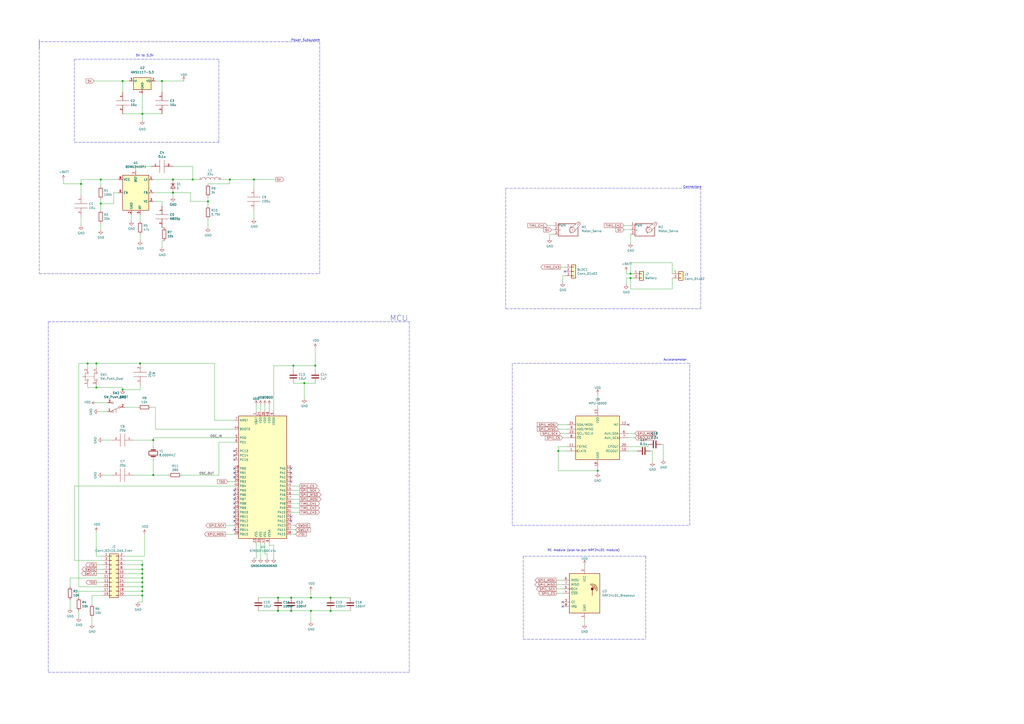
<source format=kicad_sch>
(kicad_sch (version 20211123) (generator eeschema)
  (paper "A2")
  (lib_symbols
    (symbol "Connector_Generic:Conn_01x02" (pin_names (offset 1.016) hide)
      (property "Reference" "J" (at 0 2.54 0))
      (property "Value" "Conn_01x02" (at 0 -5.08 0))
      (symbol "Conn_01x02_1_1"
        (pin passive line (at -5.08 0 0) (length 3.81) (name "Pin_1") (number "1"))
        (pin passive line (at -5.08 -2.54 0) (length 3.81) (name "Pin_2") (number "2"))
      )
    )
    (symbol "Connector_Generic:Conn_01x03" (pin_names (offset 1.016) hide)
      (property "Reference" "J" (at 0 5.08 0))
      (property "Value" "Conn_01x03" (at 0 -5.08 0))
      (symbol "Conn_01x03_1_1"
        (pin passive line (at -5.08 2.54 0) (length 3.81) (name "Pin_1") (number "1"))
        (pin passive line (at -5.08 0 0) (length 3.81) (name "Pin_2") (number "2"))
        (pin passive line (at -5.08 -2.54 0) (length 3.81) (name "Pin_3") (number "3"))
      )
    )
    (symbol "Connector_Generic:Conn_02x10_Odd_Even" (pin_names (offset 1.016) hide)
      (property "Reference" "J" (at 1.27 12.7 0))
      (property "Value" "Conn_02x10_Odd_Even" (at 1.27 -15.24 0))
      (symbol "Conn_02x10_Odd_Even_1_1"
        (pin passive line (at -5.08 10.16 0) (length 3.81) (name "Pin_1") (number "1"))
        (pin passive line (at 7.62 0 180) (length 3.81) (name "Pin_10") (number "10"))
        (pin passive line (at -5.08 -2.54 0) (length 3.81) (name "Pin_11") (number "11"))
        (pin passive line (at 7.62 -2.54 180) (length 3.81) (name "Pin_12") (number "12"))
        (pin passive line (at -5.08 -5.08 0) (length 3.81) (name "Pin_13") (number "13"))
        (pin passive line (at 7.62 -5.08 180) (length 3.81) (name "Pin_14") (number "14"))
        (pin passive line (at -5.08 -7.62 0) (length 3.81) (name "Pin_15") (number "15"))
        (pin passive line (at 7.62 -7.62 180) (length 3.81) (name "Pin_16") (number "16"))
        (pin passive line (at -5.08 -10.16 0) (length 3.81) (name "Pin_17") (number "17"))
        (pin passive line (at 7.62 -10.16 180) (length 3.81) (name "Pin_18") (number "18"))
        (pin passive line (at -5.08 -12.7 0) (length 3.81) (name "Pin_19") (number "19"))
        (pin passive line (at 7.62 10.16 180) (length 3.81) (name "Pin_2") (number "2"))
        (pin passive line (at 7.62 -12.7 180) (length 3.81) (name "Pin_20") (number "20"))
        (pin passive line (at -5.08 7.62 0) (length 3.81) (name "Pin_3") (number "3"))
        (pin passive line (at 7.62 7.62 180) (length 3.81) (name "Pin_4") (number "4"))
        (pin passive line (at -5.08 5.08 0) (length 3.81) (name "Pin_5") (number "5"))
        (pin passive line (at 7.62 5.08 180) (length 3.81) (name "Pin_6") (number "6"))
        (pin passive line (at -5.08 2.54 0) (length 3.81) (name "Pin_7") (number "7"))
        (pin passive line (at 7.62 2.54 180) (length 3.81) (name "Pin_8") (number "8"))
        (pin passive line (at -5.08 0 0) (length 3.81) (name "Pin_9") (number "9"))
      )
    )
    (symbol "Device:C" (pin_numbers hide) (pin_names (offset 0.254))
      (property "Reference" "C" (at 0.635 2.54 0))
      (property "Value" "C" (at 0.635 -2.54 0))
      (symbol "C_1_1"
        (pin passive line (at 0 3.81 270) (length 2.794) (name "~") (number "1"))
        (pin passive line (at 0 -3.81 90) (length 2.794) (name "~") (number "2"))
      )
    )
    (symbol "Device:Crystal" (pin_numbers hide) (pin_names (offset 1.016) hide)
      (property "Reference" "Y" (at 0 3.81 0))
      (property "Value" "Crystal" (at 0 -3.81 0))
      (symbol "Crystal_1_1"
        (pin passive line (at -3.81 0 0) (length 1.27) (name "1") (number "1"))
        (pin passive line (at 3.81 0 180) (length 1.27) (name "2") (number "2"))
      )
    )
    (symbol "Device:D" (pin_numbers hide) (pin_names (offset 1.016) hide)
      (property "Reference" "D" (at 0 2.54 0))
      (property "Value" "D" (at 0 -2.54 0))
      (symbol "D_1_1"
        (pin passive line (at -3.81 0 0) (length 2.54) (name "K") (number "1"))
        (pin passive line (at 3.81 0 180) (length 2.54) (name "A") (number "2"))
      )
    )
    (symbol "Device:R" (pin_numbers hide) (pin_names (offset 0))
      (property "Reference" "R" (at 2.032 0 90))
      (property "Value" "R" (at 0 0 90))
      (symbol "R_1_1"
        (pin passive line (at 0 3.81 270) (length 1.27) (name "~") (number "1"))
        (pin passive line (at 0 -3.81 90) (length 1.27) (name "~") (number "2"))
      )
    )
    (symbol "MCU_ST_STM32F1:STM32F100C4Tx"
      (property "Reference" "U" (at -15.24 36.83 0))
      (property "Value" "STM32F100C4Tx" (at 7.62 36.83 0))
      (symbol "STM32F100C4Tx_1_1"
        (pin power_in line (at -5.08 38.1 270) (length 2.54) (name "VBAT") (number "1"))
        (pin bidirectional line (at 15.24 5.08 180) (length 2.54) (name "PA0") (number "10"))
        (pin bidirectional line (at 15.24 2.54 180) (length 2.54) (name "PA1") (number "11"))
        (pin bidirectional line (at 15.24 0 180) (length 2.54) (name "PA2") (number "12"))
        (pin bidirectional line (at 15.24 -2.54 180) (length 2.54) (name "PA3") (number "13"))
        (pin bidirectional line (at 15.24 -5.08 180) (length 2.54) (name "PA4") (number "14"))
        (pin bidirectional line (at 15.24 -7.62 180) (length 2.54) (name "PA5") (number "15"))
        (pin bidirectional line (at 15.24 -10.16 180) (length 2.54) (name "PA6") (number "16"))
        (pin bidirectional line (at 15.24 -12.7 180) (length 2.54) (name "PA7") (number "17"))
        (pin bidirectional line (at -17.78 5.08 0) (length 2.54) (name "PB0") (number "18"))
        (pin bidirectional line (at -17.78 2.54 0) (length 2.54) (name "PB1") (number "19"))
        (pin bidirectional line (at -17.78 15.24 0) (length 2.54) (name "PC13") (number "2"))
        (pin bidirectional line (at -17.78 0 0) (length 2.54) (name "PB2") (number "20"))
        (pin bidirectional line (at -17.78 -20.32 0) (length 2.54) (name "PB10") (number "21"))
        (pin bidirectional line (at -17.78 -22.86 0) (length 2.54) (name "PB11") (number "22"))
        (pin power_in line (at -5.08 -38.1 90) (length 2.54) (name "VSS") (number "23"))
        (pin power_in line (at -2.54 38.1 270) (length 2.54) (name "VDD") (number "24"))
        (pin bidirectional line (at -17.78 -25.4 0) (length 2.54) (name "PB12") (number "25"))
        (pin bidirectional line (at -17.78 -27.94 0) (length 2.54) (name "PB13") (number "26"))
        (pin bidirectional line (at -17.78 -30.48 0) (length 2.54) (name "PB14") (number "27"))
        (pin bidirectional line (at -17.78 -33.02 0) (length 2.54) (name "PB15") (number "28"))
        (pin bidirectional line (at 15.24 -15.24 180) (length 2.54) (name "PA8") (number "29"))
        (pin bidirectional line (at -17.78 12.7 0) (length 2.54) (name "PC14") (number "3"))
        (pin bidirectional line (at 15.24 -17.78 180) (length 2.54) (name "PA9") (number "30"))
        (pin bidirectional line (at 15.24 -20.32 180) (length 2.54) (name "PA10") (number "31"))
        (pin bidirectional line (at 15.24 -22.86 180) (length 2.54) (name "PA11") (number "32"))
        (pin bidirectional line (at 15.24 -25.4 180) (length 2.54) (name "PA12") (number "33"))
        (pin bidirectional line (at 15.24 -27.94 180) (length 2.54) (name "PA13") (number "34"))
        (pin power_in line (at -2.54 -38.1 90) (length 2.54) (name "VSS") (number "35"))
        (pin power_in line (at 0 38.1 270) (length 2.54) (name "VDD") (number "36"))
        (pin bidirectional line (at 15.24 -30.48 180) (length 2.54) (name "PA14") (number "37"))
        (pin bidirectional line (at 15.24 -33.02 180) (length 2.54) (name "PA15") (number "38"))
        (pin bidirectional line (at -17.78 -2.54 0) (length 2.54) (name "PB3") (number "39"))
        (pin bidirectional line (at -17.78 10.16 0) (length 2.54) (name "PC15") (number "4"))
        (pin bidirectional line (at -17.78 -5.08 0) (length 2.54) (name "PB4") (number "40"))
        (pin bidirectional line (at -17.78 -7.62 0) (length 2.54) (name "PB5") (number "41"))
        (pin bidirectional line (at -17.78 -10.16 0) (length 2.54) (name "PB6") (number "42"))
        (pin bidirectional line (at -17.78 -12.7 0) (length 2.54) (name "PB7") (number "43"))
        (pin input line (at -17.78 27.94 0) (length 2.54) (name "BOOT0") (number "44"))
        (pin bidirectional line (at -17.78 -15.24 0) (length 2.54) (name "PB8") (number "45"))
        (pin bidirectional line (at -17.78 -17.78 0) (length 2.54) (name "PB9") (number "46"))
        (pin power_in line (at 0 -38.1 90) (length 2.54) (name "VSS") (number "47"))
        (pin power_in line (at 2.54 38.1 270) (length 2.54) (name "VDD") (number "48"))
        (pin input line (at -17.78 22.86 0) (length 2.54) (name "PD0") (number "5"))
        (pin input line (at -17.78 20.32 0) (length 2.54) (name "PD1") (number "6"))
        (pin input line (at -17.78 33.02 0) (length 2.54) (name "NRST") (number "7"))
        (pin power_in line (at 2.54 -38.1 90) (length 2.54) (name "VSSA") (number "8"))
        (pin power_in line (at 5.08 38.1 270) (length 2.54) (name "VDDA") (number "9"))
      )
    )
    (symbol "Motor:Motor_Servo" (pin_names (offset 0.0254))
      (property "Reference" "M" (at -5.08 4.445 0))
      (property "Value" "Motor_Servo" (at -5.08 -4.064 0))
      (symbol "Motor_Servo_1_1"
        (pin passive line (at -7.62 2.54 0) (length 2.54) (name "PWM") (number "1"))
        (pin passive line (at -7.62 0 0) (length 2.54) (name "+") (number "2"))
        (pin passive line (at -7.62 -2.54 0) (length 2.54) (name "-") (number "3"))
      )
    )
    (symbol "RF:NRF24L01_Breakout" (pin_names (offset 1.016))
      (property "Reference" "U" (at -8.89 12.7 0))
      (property "Value" "NRF24L01_Breakout" (at 3.81 12.7 0))
      (symbol "NRF24L01_Breakout_1_1"
        (pin power_in line (at 0 -15.24 90) (length 3.81) (name "GND") (number "1"))
        (pin power_in line (at 0 15.24 270) (length 3.81) (name "VCC") (number "2"))
        (pin input line (at -12.7 -5.08 0) (length 3.81) (name "CE") (number "3"))
        (pin input line (at -12.7 0 0) (length 3.81) (name "~{CSN}") (number "4"))
        (pin input clock (at -12.7 2.54 0) (length 3.81) (name "SCK") (number "5"))
        (pin input line (at -12.7 7.62 0) (length 3.81) (name "MOSI") (number "6"))
        (pin output line (at -12.7 5.08 0) (length 3.81) (name "MISO") (number "7"))
        (pin output line (at -12.7 -7.62 0) (length 3.81) (name "IRQ") (number "8"))
      )
    )
    (symbol "Regulator_Linear:AMS1117-3.3" (pin_names (offset 0.254))
      (property "Reference" "U" (at -3.81 3.175 0))
      (property "Value" "AMS1117-3.3" (at 0 3.175 0))
      (symbol "AMS1117-3.3_1_1"
        (pin power_in line (at 0 -7.62 90) (length 2.54) (name "GND") (number "1"))
        (pin power_out line (at 7.62 0 180) (length 2.54) (name "VO") (number "2"))
        (pin power_in line (at -7.62 0 0) (length 2.54) (name "VI") (number "3"))
      )
    )
    (symbol "Regulator_Switching:BD9G341EFJ"
      (property "Reference" "U" (at -6.35 11.43 0))
      (property "Value" "BD9G341EFJ" (at 7.62 11.43 0))
      (symbol "BD9G341EFJ_1_1"
        (pin passive line (at 10.16 7.62 180) (length 2.54) (name "LX") (number "1"))
        (pin power_in line (at -2.54 -12.7 90) (length 2.54) (name "GND") (number "2"))
        (pin output line (at 10.16 -5.08 180) (length 2.54) (name "VC") (number "3"))
        (pin input line (at 10.16 0 180) (length 2.54) (name "FB") (number "4"))
        (pin input line (at 2.54 -12.7 90) (length 2.54) (name "RT") (number "5"))
        (pin input line (at -10.16 0 0) (length 2.54) (name "EN") (number "6"))
        (pin input line (at 0 12.7 270) (length 2.54) (name "BST") (number "7"))
        (pin power_in line (at -10.16 7.62 0) (length 2.54) (name "VCC") (number "8"))
      )
    )
    (symbol "Sensor_Motion:MPU-6000"
      (property "Reference" "U" (at -11.43 13.97 0))
      (property "Value" "MPU-6000" (at 7.62 -13.97 0))
      (symbol "MPU-6000_1_1"
        (pin input clock (at -17.78 -7.62 0) (length 5.08) (name "CLKIN") (number "1"))
        (pin passive line (at 17.78 -7.62 180) (length 5.08) (name "REGOUT") (number "10"))
        (pin input line (at -17.78 -5.08 0) (length 5.08) (name "FSYNC") (number "11"))
        (pin output line (at 17.78 7.62 180) (length 5.08) (name "INT") (number "12"))
        (pin power_in line (at 0 17.78 270) (length 5.08) (name "VDD") (number "13"))
        (pin power_in line (at 0 -17.78 90) (length 5.08) (name "GND") (number "18"))
        (pin passive line (at 17.78 -5.08 180) (length 5.08) (name "CPOUT") (number "20"))
        (pin input line (at -17.78 2.54 0) (length 5.08) (name "SCL/SCLK") (number "23"))
        (pin bidirectional line (at -17.78 7.62 0) (length 5.08) (name "SDA/MOSI") (number "24"))
        (pin bidirectional line (at 17.78 2.54 180) (length 5.08) (name "AUX_SDA") (number "6"))
        (pin output clock (at 17.78 0 180) (length 5.08) (name "AUX_SCL") (number "7"))
        (pin input line (at -17.78 0 0) (length 5.08) (name "~{CS}") (number "8"))
        (pin bidirectional line (at -17.78 5.08 0) (length 5.08) (name "AD0/MISO") (number "9"))
      )
    )
    (symbol "Switch:SW_Push_Dual" (pin_names (offset 1.016) hide)
      (property "Reference" "SW" (at 1.27 2.54 0))
      (property "Value" "SW_Push_Dual" (at 0 -6.858 0))
      (symbol "SW_Push_Dual_0_1"
        (pin passive line (at -5.08 0 0) (length 2.54) (name "1") (number "1"))
        (pin passive line (at 5.08 0 180) (length 2.54) (name "2") (number "2"))
        (pin passive line (at -5.08 -5.08 0) (length 2.54) (name "3") (number "3"))
        (pin passive line (at 5.08 -5.08 180) (length 2.54) (name "4") (number "4"))
      )
    )
    (symbol "Switch:SW_Push_SPDT" (pin_names (offset 0) hide)
      (property "Reference" "SW" (at 0 4.318 0))
      (property "Value" "SW_Push_SPDT" (at 0 -5.08 0))
      (symbol "SW_Push_SPDT_1_1"
        (pin passive line (at 5.08 2.54 180) (length 2.54) (name "A") (number "1"))
        (pin passive line (at -5.08 0 0) (length 2.54) (name "B") (number "2"))
        (pin passive line (at 5.08 -2.54 180) (length 2.54) (name "C") (number "3"))
      )
    )
    (symbol "power:+BATT" (power) (pin_names (offset 0))
      (property "Value" "+BATT" (at 0 3.556 0))
      (symbol "+BATT_1_1"
        (pin power_in line (at 0 0 90) (length 0) hide (name "+BATT") (number "1"))
      )
    )
    (symbol "power:GND" (power) (pin_names (offset 0))
      (property "Value" "GND" (at 0 -3.81 0))
      (symbol "GND_1_1"
        (pin power_in line (at 0 0 270) (length 0) hide (name "GND") (number "1"))
      )
    )
    (symbol "power:VDD" (power) (pin_names (offset 0))
      (property "Value" "VDD" (at 0 3.81 0))
      (symbol "VDD_1_1"
        (pin power_in line (at 0 0 90) (length 0) hide (name "VDD") (number "1"))
      )
    )
    (symbol "pspice:C" (pin_names (offset 0.254))
      (property "Reference" "C" (at 2.54 3.81 90))
      (property "Value" "C" (at 2.54 -3.81 90))
      (symbol "C_1_1"
        (pin passive line (at 0 6.35 270) (length 5.08) (name "~") (number "1"))
        (pin passive line (at 0 -6.35 90) (length 5.08) (name "~") (number "2"))
      )
    )
    (symbol "pspice:CAP" (pin_names (offset 0.254))
      (property "Reference" "C" (at 2.54 3.81 90))
      (property "Value" "CAP" (at 2.54 -3.81 90))
      (symbol "CAP_1_1"
        (pin passive line (at 0 6.35 270) (length 5.08) (name "~") (number "1"))
        (pin passive line (at 0 -6.35 90) (length 5.08) (name "~") (number "2"))
      )
    )
    (symbol "pspice:INDUCTOR" (pin_numbers hide) (pin_names (offset 0))
      (property "Reference" "L" (at 0 2.54 0))
      (property "Value" "INDUCTOR" (at 0 -1.27 0))
      (symbol "INDUCTOR_1_1"
        (pin input line (at -6.35 0 0) (length 1.27) (name "1") (number "1"))
        (pin input line (at 6.35 0 180) (length 1.27) (name "2") (number "2"))
      )
    )
  )
  (junction (at 180.34 354.33))
  (junction (at 82.55 337.82))
  (junction (at 50.8 210.82))
  (junction (at 82.55 66.04))
  (junction (at 88.9 275.59))
  (junction (at 365.76 161.29))
  (junction (at 82.55 342.9))
  (junction (at 71.12 226.06))
  (junction (at 168.91 354.33))
  (junction (at 191.77 354.33))
  (junction (at 100.33 104.14))
  (junction (at 82.55 345.44))
  (junction (at 147.32 104.14))
  (junction (at 55.88 210.82))
  (junction (at 55.88 224.79))
  (junction (at 180.34 346.71))
  (junction (at 168.91 346.71))
  (junction (at 82.55 332.74))
  (junction (at 58.42 104.14))
  (junction (at 182.88 212.09))
  (junction (at 81.28 210.82))
  (junction (at 93.98 46.99))
  (junction (at 82.55 330.2))
  (junction (at 88.9 255.27))
  (junction (at 120.65 116.84))
  (junction (at 133.35 104.14))
  (junction (at 176.53 222.25))
  (junction (at 161.29 354.33))
  (junction (at 111.76 104.14))
  (junction (at 191.77 346.71))
  (junction (at 82.55 340.36))
  (junction (at 71.12 46.99))
  (junction (at 365.76 158.75))
  (junction (at 100.33 111.76))
  (junction (at 82.55 327.66))
  (junction (at 46.99 106.68))
  (junction (at 323.85 261.62))
  (junction (at 58.42 118.11))
  (junction (at 170.18 212.09))
  (junction (at 82.55 335.28))
  (junction (at 346.71 273.05))
  (junction (at 161.29 346.71))
  (no_connect (at 135.89 302.26))
  (no_connect (at 168.91 271.78))
  (no_connect (at 135.89 264.16))
  (no_connect (at 135.89 297.18))
  (no_connect (at 168.91 274.32))
  (no_connect (at 135.89 261.62))
  (no_connect (at 168.91 299.72))
  (no_connect (at 364.49 246.38))
  (no_connect (at 326.39 349.25))
  (no_connect (at 168.91 276.86))
  (no_connect (at 135.89 287.02))
  (no_connect (at 135.89 294.64))
  (no_connect (at 135.89 299.72))
  (no_connect (at 135.89 292.1))
  (no_connect (at 135.89 284.48))
  (no_connect (at 135.89 307.34))
  (no_connect (at 135.89 274.32))
  (no_connect (at 135.89 271.78))
  (no_connect (at 135.89 266.7))
  (no_connect (at 327.66 157.48))
  (no_connect (at 326.39 351.79))
  (no_connect (at 135.89 289.56))
  (no_connect (at 135.89 276.86))
  (no_connect (at 168.91 279.4))
  (no_connect (at 168.91 302.26))
  (wire (pts (xy 50.8 210.82) (xy 55.88 210.82)))
  (wire (pts (xy 170.18 214.63) (xy 170.18 212.09)))
  (wire (pts (xy 323.85 259.08) (xy 323.85 261.62)))
  (wire (pts (xy 168.91 307.34) (xy 171.45 307.34)))
  (wire (pts (xy 148.59 234.95) (xy 148.59 238.76)))
  (wire (pts (xy 82.55 335.28) (xy 82.55 337.82)))
  (wire (pts (xy 43.18 325.12) (xy 43.18 281.94)))
  (wire (pts (xy 127 275.59) (xy 127 256.54)))
  (wire (pts (xy 58.42 104.14) (xy 46.99 104.14)))
  (wire (pts (xy 346.71 273.05) (xy 346.71 274.32)))
  (wire (pts (xy 327.66 154.94) (xy 325.12 154.94)))
  (wire (pts (xy 88.9 116.84) (xy 93.98 116.84)))
  (polyline (pts (xy 27.94 186.69) (xy 27.94 389.89)))
  (polyline (pts (xy 303.53 322.58) (xy 303.53 370.84)))
  (wire (pts (xy 93.98 46.99) (xy 106.68 46.99)))
  (wire (pts (xy 105.41 275.59) (xy 127 275.59)))
  (wire (pts (xy 59.69 335.28) (xy 40.64 335.28)))
  (wire (pts (xy 55.88 223.52) (xy 55.88 224.79)))
  (polyline (pts (xy 293.37 109.22) (xy 406.4 109.22)))
  (wire (pts (xy 151.13 238.76) (xy 151.13 234.95)))
  (wire (pts (xy 59.69 332.74) (xy 55.88 332.74)))
  (polyline (pts (xy 185.42 158.75) (xy 185.42 24.13)))
  (wire (pts (xy 156.21 316.23) (xy 156.21 314.96)))
  (wire (pts (xy 93.98 66.04) (xy 82.55 66.04)))
  (polyline (pts (xy 293.37 179.07) (xy 406.4 179.07)))
  (wire (pts (xy 110.49 111.76) (xy 110.49 116.84)))
  (polyline (pts (xy 22.86 24.13) (xy 22.86 27.94)))
  (wire (pts (xy 78.74 96.52) (xy 87.63 96.52)))
  (wire (pts (xy 384.81 257.81) (xy 383.54 257.81)))
  (wire (pts (xy 100.33 104.14) (xy 111.76 104.14)))
  (wire (pts (xy 78.74 99.06) (xy 78.74 96.52)))
  (wire (pts (xy 72.39 327.66) (xy 82.55 327.66)))
  (wire (pts (xy 58.42 118.11) (xy 58.42 115.57)))
  (wire (pts (xy 328.93 248.92) (xy 323.85 248.92)))
  (wire (pts (xy 389.89 167.64) (xy 389.89 161.29)))
  (wire (pts (xy 58.42 133.35) (xy 58.42 129.54)))
  (polyline (pts (xy 297.18 210.82) (xy 297.18 304.8)))
  (wire (pts (xy 88.9 111.76) (xy 100.33 111.76)))
  (wire (pts (xy 88.9 275.59) (xy 88.9 266.7)))
  (wire (pts (xy 88.9 275.59) (xy 97.79 275.59)))
  (wire (pts (xy 171.45 309.88) (xy 168.91 309.88)))
  (wire (pts (xy 151.13 314.96) (xy 151.13 323.85)))
  (wire (pts (xy 72.39 332.74) (xy 82.55 332.74)))
  (wire (pts (xy 365.76 158.75) (xy 363.22 158.75)))
  (wire (pts (xy 93.98 139.7) (xy 93.98 143.51)))
  (wire (pts (xy 82.55 342.9) (xy 82.55 345.44)))
  (wire (pts (xy 148.59 314.96) (xy 148.59 323.85)))
  (wire (pts (xy 59.69 337.82) (xy 55.88 337.82)))
  (wire (pts (xy 135.89 248.92) (xy 90.17 248.92)))
  (wire (pts (xy 82.55 330.2) (xy 82.55 332.74)))
  (wire (pts (xy 81.28 226.06) (xy 81.28 223.52)))
  (wire (pts (xy 133.35 104.14) (xy 147.32 104.14)))
  (wire (pts (xy 76.2 124.46) (xy 76.2 128.27)))
  (wire (pts (xy 170.18 212.09) (xy 182.88 212.09)))
  (wire (pts (xy 68.58 104.14) (xy 58.42 104.14)))
  (wire (pts (xy 147.32 104.14) (xy 160.02 104.14)))
  (wire (pts (xy 82.55 327.66) (xy 82.55 330.2)))
  (wire (pts (xy 168.91 287.02) (xy 173.99 287.02)))
  (polyline (pts (xy 237.49 186.69) (xy 237.49 389.89)))
  (wire (pts (xy 322.58 336.55) (xy 326.39 336.55)))
  (wire (pts (xy 168.91 292.1) (xy 173.99 292.1)))
  (wire (pts (xy 80.01 236.22) (xy 72.39 236.22)))
  (wire (pts (xy 153.67 321.31) (xy 154.94 321.31)))
  (wire (pts (xy 93.98 139.7) (xy 95.25 139.7)))
  (wire (pts (xy 88.9 255.27) (xy 88.9 259.08)))
  (wire (pts (xy 124.46 243.84) (xy 135.89 243.84)))
  (wire (pts (xy 72.39 330.2) (xy 82.55 330.2)))
  (polyline (pts (xy 406.4 179.07) (xy 406.4 109.22)))
  (wire (pts (xy 55.88 322.58) (xy 55.88 308.61)))
  (wire (pts (xy 322.58 344.17) (xy 326.39 344.17)))
  (wire (pts (xy 154.94 321.31) (xy 154.94 323.85)))
  (polyline (pts (xy 127 82.55) (xy 127 34.29)))
  (wire (pts (xy 180.34 354.33) (xy 191.77 354.33)))
  (wire (pts (xy 64.77 275.59) (xy 59.69 275.59)))
  (wire (pts (xy 71.12 226.06) (xy 81.28 226.06)))
  (wire (pts (xy 111.76 104.14) (xy 111.76 96.52)))
  (wire (pts (xy 158.75 238.76) (xy 158.75 212.09)))
  (wire (pts (xy 168.91 284.48) (xy 173.99 284.48)))
  (wire (pts (xy 53.34 361.95) (xy 53.34 358.14)))
  (wire (pts (xy 45.72 358.14) (xy 45.72 354.33)))
  (wire (pts (xy 110.49 116.84) (xy 120.65 116.84)))
  (wire (pts (xy 93.98 116.84) (xy 93.98 119.38)))
  (wire (pts (xy 71.12 226.06) (xy 71.12 224.79)))
  (wire (pts (xy 328.93 254) (xy 326.39 254)))
  (wire (pts (xy 149.86 346.71) (xy 161.29 346.71)))
  (wire (pts (xy 74.93 46.99) (xy 71.12 46.99)))
  (wire (pts (xy 36.83 106.68) (xy 36.83 104.14)))
  (wire (pts (xy 64.77 255.27) (xy 59.69 255.27)))
  (wire (pts (xy 100.33 111.76) (xy 110.49 111.76)))
  (wire (pts (xy 93.98 132.08) (xy 95.25 132.08)))
  (wire (pts (xy 153.67 314.96) (xy 153.67 321.31)))
  (polyline (pts (xy 293.37 109.22) (xy 293.37 179.07)))
  (wire (pts (xy 46.99 130.81) (xy 46.99 125.73)))
  (wire (pts (xy 71.12 66.04) (xy 82.55 66.04)))
  (wire (pts (xy 58.42 107.95) (xy 58.42 104.14)))
  (wire (pts (xy 50.8 224.79) (xy 50.8 223.52)))
  (wire (pts (xy 55.88 210.82) (xy 81.28 210.82)))
  (wire (pts (xy 82.55 332.74) (xy 82.55 335.28)))
  (wire (pts (xy 326.39 163.83) (xy 326.39 160.02)))
  (polyline (pts (xy 43.18 82.55) (xy 127 82.55)))
  (wire (pts (xy 168.91 297.18) (xy 173.99 297.18)))
  (wire (pts (xy 389.89 152.4) (xy 365.76 152.4)))
  (wire (pts (xy 364.49 259.08) (xy 375.92 259.08)))
  (wire (pts (xy 46.99 113.03) (xy 46.99 106.68)))
  (polyline (pts (xy 303.53 370.84) (xy 374.65 370.84)))
  (wire (pts (xy 40.64 347.98) (xy 40.64 353.06)))
  (wire (pts (xy 323.85 261.62) (xy 328.93 261.62)))
  (wire (pts (xy 321.31 133.35) (xy 320.04 133.35)))
  (wire (pts (xy 59.69 342.9) (xy 45.72 342.9)))
  (wire (pts (xy 72.39 345.44) (xy 82.55 345.44)))
  (polyline (pts (xy 127 34.29) (xy 43.18 34.29)))
  (wire (pts (xy 389.89 158.75) (xy 389.89 152.4)))
  (wire (pts (xy 88.9 104.14) (xy 100.33 104.14)))
  (polyline (pts (xy 297.18 304.8) (xy 400.05 304.8)))
  (wire (pts (xy 365.76 167.64) (xy 389.89 167.64)))
  (wire (pts (xy 339.09 359.41) (xy 339.09 361.95)))
  (wire (pts (xy 83.82 322.58) (xy 83.82 309.88)))
  (wire (pts (xy 176.53 231.14) (xy 176.53 222.25)))
  (wire (pts (xy 182.88 222.25) (xy 176.53 222.25)))
  (wire (pts (xy 111.76 96.52) (xy 100.33 96.52)))
  (wire (pts (xy 322.58 341.63) (xy 326.39 341.63)))
  (wire (pts (xy 180.34 360.68) (xy 180.34 354.33)))
  (wire (pts (xy 81.28 139.7) (xy 81.28 135.89)))
  (wire (pts (xy 46.99 104.14) (xy 46.99 106.68)))
  (wire (pts (xy 127 256.54) (xy 135.89 256.54)))
  (wire (pts (xy 72.39 335.28) (xy 82.55 335.28)))
  (wire (pts (xy 158.75 212.09) (xy 170.18 212.09)))
  (wire (pts (xy 120.65 106.68) (xy 133.35 106.68)))
  (wire (pts (xy 82.55 325.12) (xy 82.55 327.66)))
  (wire (pts (xy 365.76 161.29) (xy 365.76 167.64)))
  (wire (pts (xy 377.19 261.62) (xy 378.46 261.62)))
  (wire (pts (xy 36.83 106.68) (xy 46.99 106.68)))
  (wire (pts (xy 90.17 248.92) (xy 90.17 236.22)))
  (wire (pts (xy 364.49 261.62) (xy 369.57 261.62)))
  (wire (pts (xy 365.76 133.35) (xy 361.95 133.35)))
  (wire (pts (xy 147.32 104.14) (xy 147.32 109.22)))
  (wire (pts (xy 168.91 281.94) (xy 173.99 281.94)))
  (wire (pts (xy 55.88 213.36) (xy 55.88 210.82)))
  (wire (pts (xy 59.69 322.58) (xy 55.88 322.58)))
  (wire (pts (xy 54.61 46.99) (xy 71.12 46.99)))
  (polyline (pts (xy 297.18 248.92) (xy 295.91 248.92)))
  (wire (pts (xy 367.03 161.29) (xy 365.76 161.29)))
  (wire (pts (xy 318.77 135.89) (xy 321.31 135.89)))
  (wire (pts (xy 346.71 228.6) (xy 346.71 236.22)))
  (wire (pts (xy 367.03 158.75) (xy 365.76 158.75)))
  (wire (pts (xy 81.28 210.82) (xy 124.46 210.82)))
  (wire (pts (xy 58.42 118.11) (xy 66.04 118.11)))
  (wire (pts (xy 321.31 130.81) (xy 317.5 130.81)))
  (wire (pts (xy 59.69 345.44) (xy 53.34 345.44)))
  (wire (pts (xy 326.39 160.02) (xy 327.66 160.02)))
  (wire (pts (xy 158.75 323.85) (xy 158.75 316.23)))
  (wire (pts (xy 168.91 289.56) (xy 173.99 289.56)))
  (wire (pts (xy 168.91 294.64) (xy 173.99 294.64)))
  (wire (pts (xy 72.39 340.36) (xy 82.55 340.36)))
  (polyline (pts (xy 27.94 389.89) (xy 237.49 389.89)))
  (wire (pts (xy 180.34 346.71) (xy 180.34 342.9)))
  (wire (pts (xy 72.39 322.58) (xy 83.82 322.58)))
  (wire (pts (xy 59.69 340.36) (xy 45.72 340.36)))
  (wire (pts (xy 66.04 118.11) (xy 66.04 111.76)))
  (wire (pts (xy 191.77 346.71) (xy 203.2 346.71)))
  (wire (pts (xy 40.64 335.28) (xy 40.64 340.36)))
  (wire (pts (xy 77.47 255.27) (xy 88.9 255.27)))
  (wire (pts (xy 182.88 212.09) (xy 182.88 201.93)))
  (wire (pts (xy 339.09 327.66) (xy 339.09 328.93)))
  (wire (pts (xy 363.22 158.75) (xy 363.22 157.48)))
  (wire (pts (xy 77.47 275.59) (xy 88.9 275.59)))
  (wire (pts (xy 90.17 236.22) (xy 87.63 236.22)))
  (wire (pts (xy 72.39 342.9) (xy 82.55 342.9)))
  (wire (pts (xy 45.72 342.9) (xy 45.72 346.71)))
  (polyline (pts (xy 22.86 158.75) (xy 185.42 158.75)))
  (wire (pts (xy 182.88 212.09) (xy 182.88 214.63)))
  (wire (pts (xy 384.81 266.7) (xy 384.81 257.81)))
  (wire (pts (xy 82.55 340.36) (xy 82.55 342.9)))
  (wire (pts (xy 153.67 238.76) (xy 153.67 234.95)))
  (polyline (pts (xy 43.18 34.29) (xy 43.18 82.55)))
  (wire (pts (xy 58.42 121.92) (xy 58.42 118.11)))
  (wire (pts (xy 82.55 66.04) (xy 82.55 54.61)))
  (wire (pts (xy 378.46 261.62) (xy 378.46 267.97)))
  (wire (pts (xy 180.34 346.71) (xy 191.77 346.71)))
  (polyline (pts (xy 185.42 24.13) (xy 22.86 24.13)))
  (wire (pts (xy 364.49 251.46) (xy 368.3 251.46)))
  (wire (pts (xy 158.75 316.23) (xy 156.21 316.23)))
  (polyline (pts (xy 374.65 322.58) (xy 374.65 370.84)))
  (wire (pts (xy 365.76 152.4) (xy 365.76 158.75)))
  (wire (pts (xy 50.8 213.36) (xy 50.8 210.82)))
  (wire (pts (xy 322.58 339.09) (xy 326.39 339.09)))
  (wire (pts (xy 365.76 130.81) (xy 361.95 130.81)))
  (wire (pts (xy 45.72 210.82) (xy 50.8 210.82)))
  (wire (pts (xy 55.88 224.79) (xy 50.8 224.79)))
  (wire (pts (xy 191.77 354.33) (xy 203.2 354.33)))
  (wire (pts (xy 82.55 345.44) (xy 82.55 349.25)))
  (wire (pts (xy 323.85 261.62) (xy 323.85 273.05)))
  (wire (pts (xy 111.76 104.14) (xy 115.57 104.14)))
  (wire (pts (xy 135.89 279.4) (xy 132.08 279.4)))
  (wire (pts (xy 318.77 138.43) (xy 318.77 135.89)))
  (wire (pts (xy 147.32 127) (xy 147.32 121.92)))
  (wire (pts (xy 135.89 254) (xy 88.9 254)))
  (wire (pts (xy 59.69 325.12) (xy 43.18 325.12)))
  (wire (pts (xy 71.12 46.99) (xy 71.12 53.34)))
  (wire (pts (xy 168.91 354.33) (xy 161.29 354.33)))
  (polyline (pts (xy 22.86 22.86) (xy 22.86 158.75)))
  (wire (pts (xy 62.23 233.68) (xy 55.88 233.68)))
  (wire (pts (xy 62.23 238.76) (xy 57.15 238.76)))
  (wire (pts (xy 168.91 346.71) (xy 180.34 346.71)))
  (wire (pts (xy 72.39 337.82) (xy 82.55 337.82)))
  (wire (pts (xy 120.65 114.3) (xy 120.65 116.84)))
  (wire (pts (xy 88.9 254) (xy 88.9 255.27)))
  (wire (pts (xy 120.65 116.84) (xy 120.65 119.38)))
  (wire (pts (xy 363.22 161.29) (xy 363.22 165.1)))
  (wire (pts (xy 53.34 345.44) (xy 53.34 350.52)))
  (wire (pts (xy 90.17 46.99) (xy 93.98 46.99)))
  (wire (pts (xy 59.69 330.2) (xy 55.88 330.2)))
  (wire (pts (xy 66.04 111.76) (xy 68.58 111.76)))
  (wire (pts (xy 81.28 128.27) (xy 81.28 124.46)))
  (wire (pts (xy 365.76 140.97) (xy 365.76 135.89)))
  (wire (pts (xy 82.55 349.25) (xy 80.01 349.25)))
  (wire (pts (xy 72.39 325.12) (xy 82.55 325.12)))
  (polyline (pts (xy 400.05 304.8) (xy 400.05 210.82)))
  (wire (pts (xy 168.91 304.8) (xy 171.45 304.8)))
  (wire (pts (xy 135.89 309.88) (xy 130.81 309.88)))
  (wire (pts (xy 71.12 224.79) (xy 55.88 224.79)))
  (wire (pts (xy 82.55 337.82) (xy 82.55 340.36)))
  (wire (pts (xy 45.72 340.36) (xy 45.72 210.82)))
  (polyline (pts (xy 400.05 210.82) (xy 297.18 210.82)))
  (wire (pts (xy 323.85 273.05) (xy 346.71 273.05)))
  (wire (pts (xy 59.69 327.66) (xy 55.88 327.66)))
  (wire (pts (xy 156.21 238.76) (xy 156.21 234.95)))
  (wire (pts (xy 133.35 106.68) (xy 133.35 104.14)))
  (wire (pts (xy 168.91 354.33) (xy 180.34 354.33)))
  (wire (pts (xy 100.33 111.76) (xy 100.33 114.3)))
  (polyline (pts (xy 27.94 186.69) (xy 237.49 186.69)))
  (wire (pts (xy 82.55 66.04) (xy 82.55 69.85)))
  (wire (pts (xy 365.76 161.29) (xy 363.22 161.29)))
  (wire (pts (xy 364.49 254) (xy 368.3 254)))
  (wire (pts (xy 43.18 281.94) (xy 135.89 281.94)))
  (wire (pts (xy 161.29 346.71) (xy 168.91 346.71)))
  (wire (pts (xy 328.93 259.08) (xy 323.85 259.08)))
  (wire (pts (xy 148.59 323.85) (xy 147.32 323.85)))
  (wire (pts (xy 124.46 210.82) (xy 124.46 243.84)))
  (wire (pts (xy 325.12 251.46) (xy 328.93 251.46)))
  (wire (pts (xy 149.86 354.33) (xy 161.29 354.33)))
  (wire (pts (xy 133.35 104.14) (xy 128.27 104.14)))
  (wire (pts (xy 176.53 222.25) (xy 170.18 222.25)))
  (wire (pts (xy 328.93 246.38) (xy 323.85 246.38)))
  (polyline (pts (xy 374.65 322.58) (xy 303.53 322.58)))
  (wire (pts (xy 130.81 304.8) (xy 135.89 304.8)))
  (wire (pts (xy 93.98 46.99) (xy 93.98 53.34)))
  (wire (pts (xy 120.65 127) (xy 120.65 132.08)))
  (wire (pts (xy 346.71 271.78) (xy 346.71 273.05)))
  (wire (pts (xy 375.92 259.08) (xy 375.92 257.81)))
  (text "Connectors" (at 396.24 109.22 0) (effects (font (size 1.27 1.27)) (justify left bottom)))
  (text "MCU" (at 226.06 186.69 0) (effects (font (size 3.2766 3.2766)) (justify left bottom)))
  (text "RC module (slot to put NRF24L01 module)\n" (at 317.5 320.04 0) (effects (font (size 1.27 1.27)) (justify left bottom)))
  (text "5V to 3.3V\n" (at 78.74 33.02 0) (effects (font (size 1.27 1.27)) (justify left bottom)))
  (text "Power Subsystem" (at 168.91 24.13 0) (effects (font (size 1.27 1.27)) (justify left bottom)))
  (text "Accelerometer" (at 384.81 209.55 0) (effects (font (size 1.27 1.27)) (justify left bottom)))
  (label "OSC_OUT" (at 115.57 275.59 0))
  (label "OSC_IN" (at 121.92 254 0))
  (global_label "SPI1_CS" (shape input) (at 326.39 254 180) (property "Intersheet References" "${INTERSHEET_REFS}" (effects hide)))
  (global_label "TIM1_CH2" (shape output) (at 173.99 294.64 0) (property "Intersheet References" "${INTERSHEET_REFS}" (effects hide)))
  (global_label "SWCLK" (shape input) (at 171.45 307.34 0) (property "Intersheet References" "${INTERSHEET_REFS}" (effects hide)))
  (global_label "SPI1_MISO" (shape output) (at 322.58 339.09 180) (property "Intersheet References" "${INTERSHEET_REFS}" (effects hide)))
  (global_label "SPI1_MOSI" (shape output) (at 322.58 336.55 180) (property "Intersheet References" "${INTERSHEET_REFS}" (effects hide)))
  (global_label "SPI2_MOSI" (shape input) (at 368.3 251.46 0) (property "Intersheet References" "${INTERSHEET_REFS}" (effects hide)))
  (global_label "SPI1_MISO" (shape output) (at 173.99 287.02 0) (property "Intersheet References" "${INTERSHEET_REFS}" (effects hide)))
  (global_label "5V" (shape input) (at 320.04 133.35 180) (property "Intersheet References" "${INTERSHEET_REFS}" (effects hide)))
  (global_label "SPI1_MOSI" (shape input) (at 323.85 246.38 180) (property "Intersheet References" "${INTERSHEET_REFS}" (effects hide)))
  (global_label "5V" (shape input) (at 361.95 133.35 180) (property "Intersheet References" "${INTERSHEET_REFS}" (effects hide)))
  (global_label "TIM1_CH3" (shape output) (at 325.12 154.94 180) (property "Intersheet References" "${INTERSHEET_REFS}" (effects hide)))
  (global_label "SPI1_SCK" (shape input) (at 325.12 251.46 180) (property "Intersheet References" "${INTERSHEET_REFS}" (effects hide)))
  (global_label "SPI1_CS" (shape output) (at 173.99 281.94 0) (property "Intersheet References" "${INTERSHEET_REFS}" (effects hide)))
  (global_label "SPI2_SCK" (shape input) (at 368.3 254 0) (property "Intersheet References" "${INTERSHEET_REFS}" (effects hide)))
  (global_label "SPI1_SCK" (shape output) (at 322.58 341.63 180) (property "Intersheet References" "${INTERSHEET_REFS}" (effects hide)))
  (global_label "JTDI" (shape output) (at 55.88 327.66 180) (property "Intersheet References" "${INTERSHEET_REFS}" (effects hide)))
  (global_label "TDO" (shape input) (at 132.08 279.4 180) (property "Intersheet References" "${INTERSHEET_REFS}" (effects hide)))
  (global_label "SWDIO" (shape output) (at 55.88 330.2 180) (property "Intersheet References" "${INTERSHEET_REFS}" (effects hide)))
  (global_label "SPI1_CS" (shape output) (at 322.58 344.17 180) (property "Intersheet References" "${INTERSHEET_REFS}" (effects hide)))
  (global_label "5V" (shape input) (at 54.61 46.99 180) (property "Intersheet References" "${INTERSHEET_REFS}" (effects hide)))
  (global_label "SPI2_MOSI" (shape output) (at 130.81 309.88 180) (property "Intersheet References" "${INTERSHEET_REFS}" (effects hide)))
  (global_label "SPI2_SCK" (shape output) (at 130.81 304.8 180) (property "Intersheet References" "${INTERSHEET_REFS}" (effects hide)))
  (global_label "TIM1_CH1" (shape input) (at 317.5 130.81 180) (property "Intersheet References" "${INTERSHEET_REFS}" (effects hide)))
  (global_label "TIM1_CH2" (shape input) (at 361.95 130.81 180) (property "Intersheet References" "${INTERSHEET_REFS}" (effects hide)))
  (global_label "SPI1_MOSI" (shape output) (at 173.99 289.56 0) (property "Intersheet References" "${INTERSHEET_REFS}" (effects hide)))
  (global_label "SPI1_MISO" (shape input) (at 323.85 248.92 180) (property "Intersheet References" "${INTERSHEET_REFS}" (effects hide)))
  (global_label "SPI1_SCK" (shape output) (at 173.99 284.48 0) (property "Intersheet References" "${INTERSHEET_REFS}" (effects hide)))
  (global_label "JTDI" (shape input) (at 171.45 309.88 0) (property "Intersheet References" "${INTERSHEET_REFS}" (effects hide)))
  (global_label "TIM1_CH3" (shape output) (at 173.99 297.18 0) (property "Intersheet References" "${INTERSHEET_REFS}" (effects hide)))
  (global_label "5V" (shape output) (at 160.02 104.14 0) (property "Intersheet References" "${INTERSHEET_REFS}" (effects hide)))
  (global_label "SWDIO" (shape input) (at 171.45 304.8 0) (property "Intersheet References" "${INTERSHEET_REFS}" (effects hide)))
  (global_label "TDO" (shape output) (at 55.88 337.82 180) (property "Intersheet References" "${INTERSHEET_REFS}" (effects hide)))
  (global_label "TIM1_CH1" (shape output) (at 173.99 292.1 0) (property "Intersheet References" "${INTERSHEET_REFS}" (effects hide)))
  (global_label "SWCLK" (shape output) (at 55.88 332.74 180) (property "Intersheet References" "${INTERSHEET_REFS}" (effects hide)))
  (symbol (lib_id "power:GND") (at 71.12 226.06 0) (unit 1)
    (property "Reference" "#PWR017" (effects hide))
    (property "Value" "GND" (at 71.247 230.4542 0))
  )
  (symbol (lib_id "pspice:C") (at 46.99 119.38 0) (unit 1)
    (property "Reference" "C1" (at 51.5112 118.2116 0) (effects (justify left)))
    (property "Value" "10u" (at 51.5112 120.523 0) (effects (justify left)))
    (property "Footprint" "Capacitor_SMD:C_1210_3225Metric_Pad1.33x2.70mm_HandSolder" (effects hide))
  )
  (symbol (lib_id "Device:R") (at 83.82 236.22 270) (unit 1)
    (property "Reference" "R8" (at 83.82 230.9622 90))
    (property "Value" "10K" (at 83.82 233.2736 90))
    (property "Footprint" "Resistor_SMD:R_0603_1608Metric_Pad0.98x0.95mm_HandSolder" (effects hide))
  )
  (symbol (lib_id "power:VDD") (at 153.67 234.95 0) (unit 1)
    (property "Reference" "#PWR029" (effects hide))
    (property "Value" "VDD" (at 154.051 230.5558 0))
  )
  (symbol (lib_id "pspice:C") (at 71.12 59.69 0) (unit 1)
    (property "Reference" "C2" (at 75.6412 58.5216 0) (effects (justify left)))
    (property "Value" "10u" (at 75.6412 60.833 0) (effects (justify left)))
    (property "Footprint" "Capacitor_SMD:C_1210_3225Metric_Pad1.33x2.70mm_HandSolder" (effects hide))
  )
  (symbol (lib_id "Device:R") (at 53.34 354.33 0) (unit 1)
    (property "Reference" "R6" (at 55.118 353.1616 0) (effects (justify left)))
    (property "Value" "10k" (at 55.118 355.473 0) (effects (justify left)))
    (property "Footprint" "Resistor_SMD:R_0603_1608Metric_Pad0.98x0.95mm_HandSolder" (effects hide))
  )
  (symbol (lib_id "Device:Crystal") (at 88.9 262.89 270) (unit 1)
    (property "Reference" "Y1" (at 92.2274 261.7216 90) (effects (justify left)))
    (property "Value" "8.000MHZ" (at 92.2274 264.033 90) (effects (justify left)))
    (property "Footprint" "Crystal:Crystal_SMD_0603-2Pin_6.0x3.5mm_HandSoldering" (effects hide))
  )
  (symbol (lib_id "pspice:C") (at 93.98 96.52 90) (unit 1)
    (property "Reference" "C4" (at 93.98 88.519 90))
    (property "Value" "0.1u" (at 93.98 90.8304 90))
    (property "Footprint" "Capacitor_SMD:C_1210_3225Metric_Pad1.33x2.70mm_HandSolder" (effects hide))
  )
  (symbol (lib_id "Device:R") (at 58.42 125.73 0) (unit 1)
    (property "Reference" "R2" (at 60.198 124.5616 0) (effects (justify left)))
    (property "Value" "20k" (at 60.198 126.873 0) (effects (justify left)))
    (property "Footprint" "Resistor_SMD:R_0603_1608Metric_Pad0.98x0.95mm_HandSolder" (effects hide))
  )
  (symbol (lib_id "power:VDD") (at 55.88 308.61 0) (unit 1)
    (property "Reference" "#PWR011" (effects hide))
    (property "Value" "VDD" (at 56.261 304.2158 0))
  )
  (symbol (lib_id "power:GND") (at 57.15 238.76 270) (unit 1)
    (property "Reference" "#PWR012" (effects hide))
    (property "Value" "GND" (at 52.7558 238.887 0))
  )
  (symbol (lib_id "power:GND") (at 158.75 323.85 0) (unit 1)
    (property "Reference" "#PWR032" (effects hide))
    (property "Value" "GND" (at 158.877 328.2442 0))
  )
  (symbol (lib_id "Device:C") (at 373.38 261.62 90) (unit 1)
    (property "Reference" "C17" (at 373.38 255.2192 90))
    (property "Value" "0.1u" (at 373.38 257.5306 90))
    (property "Footprint" "Capacitor_SMD:C_1210_3225Metric_Pad1.33x2.70mm_HandSolder" (effects hide))
  )
  (symbol (lib_id "Device:C") (at 203.2 350.52 0) (unit 1)
    (property "Reference" "C16" (at 206.121 349.3516 0) (effects (justify left)))
    (property "Value" "100nF" (at 206.121 351.663 0) (effects (justify left)))
    (property "Footprint" "Capacitor_SMD:C_1210_3225Metric_Pad1.33x2.70mm_HandSolder" (effects hide))
  )
  (symbol (lib_id "power:GND") (at 346.71 274.32 0) (unit 1)
    (property "Reference" "#PWR0102" (effects hide))
    (property "Value" "GND" (at 346.71 278.7634 0))
  )
  (symbol (lib_id "power:+BATT") (at 36.83 104.14 0) (unit 1)
    (property "Reference" "#PWR01" (effects hide))
    (property "Value" "+BATT" (at 37.211 99.7458 0))
  )
  (symbol (lib_id "power:GND") (at 378.46 267.97 0) (unit 1)
    (property "Reference" "#PWR039" (effects hide))
    (property "Value" "GND" (at 378.587 272.3642 0))
  )
  (symbol (lib_id "power:+BATT") (at 363.22 157.48 0) (unit 1)
    (property "Reference" "#PWR044" (effects hide))
    (property "Value" "+BATT" (at 363.601 153.0858 0))
  )
  (symbol (lib_id "power:GND") (at 81.28 139.7 0) (unit 1)
    (property "Reference" "#PWR07" (effects hide))
    (property "Value" "GND" (at 81.407 144.0942 0))
  )
  (symbol (lib_id "Device:R") (at 58.42 111.76 0) (unit 1)
    (property "Reference" "R1" (at 60.198 110.5916 0) (effects (justify left)))
    (property "Value" "100k" (at 60.198 112.903 0) (effects (justify left)))
    (property "Footprint" "Resistor_SMD:R_0603_1608Metric_Pad0.98x0.95mm_HandSolder" (effects hide))
  )
  (symbol (lib_id "Device:D") (at 100.33 107.95 270) (unit 1)
    (property "Reference" "D1" (at 102.362 106.7816 90) (effects (justify left)))
    (property "Value" "D" (at 102.362 109.093 90) (effects (justify left)))
    (property "Footprint" "Diode_SMD:D_0201_0603Metric_Pad0.64x0.40mm_HandSolder" (effects hide))
  )
  (symbol (lib_id "power:VDD") (at 148.59 234.95 0) (unit 1)
    (property "Reference" "#PWR026" (effects hide))
    (property "Value" "VDD" (at 148.59 231.3742 0))
  )
  (symbol (lib_id "power:GND") (at 80.01 349.25 0) (unit 1)
    (property "Reference" "#PWR019" (effects hide))
    (property "Value" "GND" (at 80.137 353.6442 0))
  )
  (symbol (lib_id "power:VDD") (at 55.88 233.68 90) (unit 1)
    (property "Reference" "#PWR010" (effects hide))
    (property "Value" "VDD" (at 52.6542 233.299 90) (effects (justify left)))
  )
  (symbol (lib_id "power:GND") (at 363.22 165.1 0) (unit 1)
    (property "Reference" "#PWR045" (effects hide))
    (property "Value" "GND" (at 363.347 169.4942 0))
  )
  (symbol (lib_id "power:GND") (at 76.2 128.27 0) (unit 1)
    (property "Reference" "#PWR05" (effects hide))
    (property "Value" "GND" (at 76.327 132.6642 0))
  )
  (symbol (lib_id "power:GND") (at 339.09 361.95 0) (unit 1)
    (property "Reference" "#PWR0101" (effects hide))
    (property "Value" "GND" (at 339.09 366.3934 0))
  )
  (symbol (lib_id "Device:C") (at 161.29 350.52 0) (unit 1)
    (property "Reference" "C11" (at 164.211 349.3516 0) (effects (justify left)))
    (property "Value" "100nF" (at 164.211 351.663 0) (effects (justify left)))
    (property "Footprint" "Capacitor_SMD:C_1210_3225Metric_Pad1.33x2.70mm_HandSolder" (effects hide))
  )
  (symbol (lib_id "power:GND") (at 147.32 127 0) (unit 1)
    (property "Reference" "#PWR022" (effects hide))
    (property "Value" "GND" (at 147.447 131.3942 0))
  )
  (symbol (lib_id "power:GND") (at 180.34 360.68 0) (unit 1)
    (property "Reference" "#PWR035" (effects hide))
    (property "Value" "GND" (at 180.467 365.0742 0))
  )
  (symbol (lib_id "pspice:CAP") (at 81.28 217.17 180) (unit 1)
    (property "Reference" "C8" (at 89.281 217.17 90))
    (property "Value" "20p" (at 86.9696 217.17 90))
    (property "Footprint" "Capacitor_SMD:C_1210_3225Metric_Pad1.33x2.70mm_HandSolder" (effects hide))
  )
  (symbol (lib_id "Device:C") (at 168.91 350.52 0) (unit 1)
    (property "Reference" "C12" (at 171.831 349.3516 0) (effects (justify left)))
    (property "Value" "100nF" (at 171.831 351.663 0) (effects (justify left)))
    (property "Footprint" "Capacitor_SMD:C_1210_3225Metric_Pad1.33x2.70mm_HandSolder" (effects hide))
  )
  (symbol (lib_id "pspice:C") (at 93.98 125.73 0) (unit 1)
    (property "Reference" "C5" (at 98.5012 124.5616 0) (effects (justify left)))
    (property "Value" "6800p" (at 98.5012 126.873 0) (effects (justify left)))
    (property "Footprint" "Capacitor_SMD:C_1210_3225Metric_Pad1.33x2.70mm_HandSolder" (effects hide))
  )
  (symbol (lib_id "Device:C") (at 182.88 218.44 0) (unit 1)
    (property "Reference" "C14" (at 185.801 217.2716 0) (effects (justify left)))
    (property "Value" "1uF" (at 185.801 219.583 0) (effects (justify left)))
    (property "Footprint" "Capacitor_SMD:C_1210_3225Metric_Pad1.33x2.70mm_HandSolder" (effects hide))
  )
  (symbol (lib_id "power:GND") (at 53.34 361.95 0) (unit 1)
    (property "Reference" "#PWR09" (effects hide))
    (property "Value" "GND" (at 53.467 366.3442 0))
  )
  (symbol (lib_id "power:VDD") (at 182.88 201.93 0) (unit 1)
    (property "Reference" "#PWR036" (effects hide))
    (property "Value" "VDD" (at 183.261 197.5358 0))
  )
  (symbol (lib_id "power:VDD") (at 346.71 228.6 0) (unit 1)
    (property "Reference" "#PWR037" (effects hide))
    (property "Value" "VDD" (at 346.71 225.0242 0))
  )
  (symbol (lib_id "power:GND") (at 82.55 69.85 0) (unit 1)
    (property "Reference" "#PWR08" (effects hide))
    (property "Value" "GND" (at 82.55 74.93 0))
  )
  (symbol (lib_id "power:GND") (at 46.99 130.81 0) (unit 1)
    (property "Reference" "#PWR02" (effects hide))
    (property "Value" "GND" (at 47.117 135.2042 0))
  )
  (symbol (lib_id "power:VDD") (at 151.13 234.95 0) (unit 1)
    (property "Reference" "#PWR027" (effects hide))
    (property "Value" "VDD" (at 151.511 230.5558 0))
  )
  (symbol (lib_id "power:GND") (at 40.64 353.06 0) (unit 1)
    (property "Reference" "#PWR04" (effects hide))
    (property "Value" "GND" (at 40.767 357.4542 0))
  )
  (symbol (lib_id "Regulator_Linear:AMS1117-3.3") (at 82.55 46.99 0) (unit 1)
    (property "Reference" "U2" (at 82.55 39.37 0))
    (property "Value" "AMS1117-3.3" (at 82.55 41.91 0))
    (property "Footprint" "Package_TO_SOT_SMD:SOT-223-3_TabPin2" (effects hide))
    (property "Datasheet" "http://www.advanced-monolithic.com/pdf/ds1117.pdf" (effects hide))
  )
  (symbol (lib_id "power:GND") (at 151.13 323.85 0) (unit 1)
    (property "Reference" "#PWR028" (effects hide))
    (property "Value" "GND" (at 151.257 328.2442 0))
  )
  (symbol (lib_id "Device:C") (at 191.77 350.52 0) (unit 1)
    (property "Reference" "C15" (at 194.691 349.3516 0) (effects (justify left)))
    (property "Value" "100nF" (at 194.691 351.663 0) (effects (justify left)))
    (property "Footprint" "Capacitor_SMD:C_1210_3225Metric_Pad1.33x2.70mm_HandSolder" (effects hide))
  )
  (symbol (lib_id "Connector_Generic:Conn_02x10_Odd_Even") (at 64.77 332.74 0) (unit 1)
    (property "Reference" "J1" (at 66.04 317.0682 0))
    (property "Value" "Conn_02x10_Odd_Even" (at 66.04 319.3796 0))
    (property "Footprint" "Connector_PinSocket_2.54mm:PinSocket_2x10_P2.54mm_Vertical" (effects hide))
  )
  (symbol (lib_id "power:GND") (at 59.69 255.27 270) (unit 1)
    (property "Reference" "#PWR013" (effects hide))
    (property "Value" "GND" (at 55.2958 255.397 0))
  )
  (symbol (lib_id "pspice:INDUCTOR") (at 121.92 104.14 0) (unit 1)
    (property "Reference" "L1" (at 121.92 98.679 0))
    (property "Value" "33u" (at 121.92 100.9904 0))
    (property "Footprint" "Inductor_SMD:L_0603_1608Metric_Pad1.05x0.95mm_HandSolder" (effects hide))
  )
  (symbol (lib_id "pspice:CAP") (at 71.12 275.59 270) (unit 1)
    (property "Reference" "C7" (at 71.12 267.589 90))
    (property "Value" "20p" (at 71.12 269.9004 90))
    (property "Footprint" "Capacitor_SMD:C_1210_3225Metric_Pad1.33x2.70mm_HandSolder" (effects hide))
  )
  (symbol (lib_id "Connector_Generic:Conn_01x02") (at 372.11 158.75 0) (unit 1)
    (property "Reference" "J2" (at 374.142 158.9532 0) (effects (justify left)))
    (property "Value" "Battery" (at 374.142 161.2646 0) (effects (justify left)))
    (property "Footprint" "Connector_AMASS:AMASS_XT30U-F_1x02_P5.0mm_Vertical" (effects hide))
  )
  (symbol (lib_id "power:VDD") (at 180.34 342.9 0) (unit 1)
    (property "Reference" "#PWR034" (effects hide))
    (property "Value" "VDD" (at 180.721 338.5058 0))
  )
  (symbol (lib_id "Device:R") (at 120.65 123.19 0) (unit 1)
    (property "Reference" "R10" (at 122.428 122.0216 0) (effects (justify left)))
    (property "Value" "0.75k" (at 122.428 124.333 0) (effects (justify left)))
    (property "Footprint" "Resistor_SMD:R_0603_1608Metric_Pad0.98x0.95mm_HandSolder" (effects hide))
  )
  (symbol (lib_id "power:GND") (at 147.32 323.85 0) (unit 1)
    (property "Reference" "#PWR025" (effects hide))
    (property "Value" "GND" (at 147.447 328.2442 0))
  )
  (symbol (lib_id "power:VDD") (at 339.09 327.66 0) (unit 1)
    (property "Reference" "#PWR023" (effects hide))
    (property "Value" "VDD" (at 339.09 324.0842 0))
  )
  (symbol (lib_id "power:VDD") (at 156.21 234.95 0) (unit 1)
    (property "Reference" "#PWR031" (effects hide))
    (property "Value" "VDD" (at 156.591 230.5558 0))
  )
  (symbol (lib_id "Motor:Motor_Servo") (at 328.93 133.35 0) (unit 1)
    (property "Reference" "M1" (at 337.3628 131.699 0) (effects (justify left)))
    (property "Value" "Motor_Servo" (at 337.3628 134.0104 0) (effects (justify left)))
    (property "Footprint" "Connector_PinHeader_2.54mm:PinHeader_1x03_P2.54mm_Vertical" (effects hide))
    (property "Datasheet" "http://forums.parallax.com/uploads/attachments/46831/74481.png" (effects hide))
  )
  (symbol (lib_id "Motor:Motor_Servo") (at 373.38 133.35 0) (unit 1)
    (property "Reference" "M2" (at 381.8128 131.699 0) (effects (justify left)))
    (property "Value" "Motor_Servo" (at 381.8128 134.0104 0) (effects (justify left)))
    (property "Footprint" "Connector_PinHeader_2.54mm:PinHeader_1x03_P2.54mm_Vertical" (effects hide))
    (property "Datasheet" "http://forums.parallax.com/uploads/attachments/46831/74481.png" (effects hide))
  )
  (symbol (lib_id "Device:R") (at 101.6 275.59 270) (unit 1)
    (property "Reference" "R11" (at 101.6 270.3322 90))
    (property "Value" "390" (at 101.6 272.6436 90))
    (property "Footprint" "Resistor_SMD:R_0603_1608Metric_Pad0.98x0.95mm_HandSolder" (effects hide))
  )
  (symbol (lib_id "Device:C") (at 149.86 350.52 0) (unit 1)
    (property "Reference" "C10" (at 152.781 349.3516 0) (effects (justify left)))
    (property "Value" "10uF" (at 152.781 351.663 0) (effects (justify left)))
    (property "Footprint" "Capacitor_SMD:C_1210_3225Metric_Pad1.33x2.70mm_HandSolder" (effects hide))
  )
  (symbol (lib_id "Regulator_Switching:BD9G341EFJ") (at 78.74 111.76 0) (unit 1)
    (property "Reference" "U1" (at 78.74 94.4626 0))
    (property "Value" "BD9G341EFJ" (at 78.74 96.774 0))
    (property "Footprint" "Package_SO:HTSOP-8-1EP_3.9x4.9mm_P1.27mm_EP2.4x3.2mm_ThermalVias" (effects hide))
    (property "Datasheet" "https://media.digikey.com/pdf/Data%20Sheets/Rohm%20PDFs/BD9G341EFJ.pdf" (effects hide))
  )
  (symbol (lib_id "power:GND") (at 45.72 358.14 0) (unit 1)
    (property "Reference" "#PWR06" (effects hide))
    (property "Value" "GND" (at 45.847 362.5342 0))
  )
  (symbol (lib_id "Switch:SW_Push_SPDT") (at 67.31 236.22 180) (unit 1)
    (property "Reference" "SW2" (at 67.31 227.965 0))
    (property "Value" "SW_Push_SPDT" (at 67.31 230.2764 0))
    (property "Footprint" "Button_Switch_SMD:SW_Push_SPST_NO_Alps_SKRK" (effects hide))
  )
  (symbol (lib_id "Device:R") (at 40.64 344.17 0) (unit 1)
    (property "Reference" "R3" (at 42.418 343.0016 0) (effects (justify left)))
    (property "Value" "10k" (at 42.418 345.313 0) (effects (justify left)))
    (property "Footprint" "Resistor_SMD:R_0603_1608Metric_Pad0.98x0.95mm_HandSolder" (effects hide))
  )
  (symbol (lib_id "Device:R") (at 120.65 110.49 0) (unit 1)
    (property "Reference" "R9" (at 122.428 109.3216 0) (effects (justify left)))
    (property "Value" "3k" (at 122.428 111.633 0) (effects (justify left)))
    (property "Footprint" "Resistor_SMD:R_0603_1608Metric_Pad0.98x0.95mm_HandSolder" (effects hide))
  )
  (symbol (lib_id "Device:C") (at 379.73 257.81 90) (unit 1)
    (property "Reference" "C18" (at 379.73 251.4092 90))
    (property "Value" "2.2u" (at 379.73 253.7206 90))
    (property "Footprint" "Capacitor_SMD:C_1210_3225Metric_Pad1.33x2.70mm_HandSolder" (effects hide))
  )
  (symbol (lib_id "power:GND") (at 59.69 275.59 270) (unit 1)
    (property "Reference" "#PWR014" (effects hide))
    (property "Value" "GND" (at 55.2958 275.717 0))
  )
  (symbol (lib_id "power:GND") (at 318.77 138.43 0) (unit 1)
    (property "Reference" "#PWR041" (effects hide))
    (property "Value" "GND" (at 318.897 142.8242 0))
  )
  (symbol (lib_id "power:GND") (at 93.98 143.51 0) (unit 1)
    (property "Reference" "#PWR015" (effects hide))
    (property "Value" "GND" (at 94.107 147.9042 0))
  )
  (symbol (lib_id "Switch:SW_Push_Dual") (at 50.8 218.44 90) (unit 1)
    (property "Reference" "SW1" (at 58.1152 217.2716 90) (effects (justify right)))
    (property "Value" "SW_Push_Dual" (at 58.1152 219.583 90) (effects (justify right)))
    (property "Footprint" "Button_Switch_SMD:SW_Push_SPST_NO_Alps_SKRK" (effects hide))
  )
  (symbol (lib_id "Connector_Generic:Conn_01x02") (at 394.97 158.75 0) (unit 1)
    (property "Reference" "J3" (at 397.002 159.1853 0) (effects (justify left)))
    (property "Value" "Conn_01x02" (at 397.002 161.7222 0) (effects (justify left)))
    (property "Footprint" "Connector_AMASS:AMASS_XT30U-F_1x02_P5.0mm_Vertical" (effects hide))
  )
  (symbol (lib_id "MCU_ST_STM32F1:STM32F100C4Tx") (at 153.67 276.86 0) (unit 1)
    (property "Reference" "U4" (at 152.4 317.2206 0))
    (property "Value" "STM32F100C4Tx" (at 152.4 319.532 0))
    (property "Footprint" "Package_QFP:LQFP-48_7x7mm_P0.5mm" (effects hide))
    (property "Datasheet" "http://www.st.com/st-web-ui/static/active/en/resource/technical/document/datasheet/CD00251732.pdf" (effects hide))
  )
  (symbol (lib_id "power:GND") (at 326.39 163.83 0) (unit 1)
    (property "Reference" "#PWR043" (effects hide))
    (property "Value" "GND" (at 326.517 168.2242 0))
  )
  (symbol (lib_id "RF:NRF24L01_Breakout") (at 339.09 344.17 0) (unit 1)
    (property "Reference" "U3" (at 349.25 342.8999 0) (effects (justify left)))
    (property "Value" "NRF24L01_Breakout" (at 349.25 345.4399 0) (effects (justify left)))
    (property "Footprint" "RF_Module:nRF24L01_Breakout" (effects hide))
    (property "Datasheet" "http://www.nordicsemi.com/eng/content/download/2730/34105/file/nRF24L01_Product_Specification_v2_0.pdf" (effects hide))
  )
  (symbol (lib_id "Device:C") (at 170.18 218.44 0) (unit 1)
    (property "Reference" "C13" (at 173.101 217.2716 0) (effects (justify left)))
    (property "Value" "10uF" (at 173.101 219.583 0) (effects (justify left)))
    (property "Footprint" "Capacitor_SMD:C_1210_3225Metric_Pad1.33x2.70mm_HandSolder" (effects hide))
  )
  (symbol (lib_id "Device:R") (at 95.25 135.89 0) (unit 1)
    (property "Reference" "R7" (at 97.028 134.7216 0) (effects (justify left)))
    (property "Value" "10k" (at 97.028 137.033 0) (effects (justify left)))
    (property "Footprint" "Resistor_SMD:R_0603_1608Metric_Pad0.98x0.95mm_HandSolder" (effects hide))
  )
  (symbol (lib_id "power:GND") (at 384.81 266.7 0) (unit 1)
    (property "Reference" "#PWR040" (effects hide))
    (property "Value" "GND" (at 384.937 271.0942 0))
  )
  (symbol (lib_id "power:VDD") (at 106.68 46.99 0) (unit 1)
    (property "Reference" "#PWR018" (effects hide))
    (property "Value" "VDD" (at 106.68 43.4142 0))
  )
  (symbol (lib_id "Device:R") (at 45.72 350.52 0) (unit 1)
    (property "Reference" "R4" (at 47.498 349.3516 0) (effects (justify left)))
    (property "Value" "10k" (at 47.498 351.663 0) (effects (justify left)))
    (property "Footprint" "Resistor_SMD:R_0603_1608Metric_Pad0.98x0.95mm_HandSolder" (effects hide))
  )
  (symbol (lib_id "power:VDD") (at 83.82 309.88 0) (unit 1)
    (property "Reference" "#PWR020" (effects hide))
    (property "Value" "VDD" (at 84.201 305.4858 0))
  )
  (symbol (lib_id "Connector_Generic:Conn_01x03") (at 332.74 157.48 0) (unit 1)
    (property "Reference" "BLDC1" (at 334.772 156.4132 0) (effects (justify left)))
    (property "Value" "Conn_01x03" (at 334.772 158.7246 0) (effects (justify left)))
    (property "Footprint" "Connector_PinHeader_2.54mm:PinHeader_1x03_P2.54mm_Vertical" (effects hide))
  )
  (symbol (lib_id "power:GND") (at 154.94 323.85 0) (unit 1)
    (property "Reference" "#PWR030" (effects hide))
    (property "Value" "GND" (at 155.067 328.2442 0))
  )
  (symbol (lib_id "pspice:C") (at 147.32 115.57 0) (unit 1)
    (property "Reference" "C9" (at 151.8412 114.4016 0) (effects (justify left)))
    (property "Value" "100u" (at 151.8412 116.713 0) (effects (justify left)))
    (property "Footprint" "Capacitor_SMD:C_1210_3225Metric_Pad1.33x2.70mm_HandSolder" (effects hide))
  )
  (symbol (lib_id "pspice:CAP") (at 71.12 255.27 270) (unit 1)
    (property "Reference" "C6" (at 71.12 247.269 90))
    (property "Value" "20p" (at 71.12 249.5804 90))
    (property "Footprint" "Capacitor_SMD:C_1210_3225Metric_Pad1.33x2.70mm_HandSolder" (effects hide))
  )
  (symbol (lib_id "power:GND") (at 120.65 132.08 0) (unit 1)
    (property "Reference" "#PWR021" (effects hide))
    (property "Value" "GND" (at 120.777 136.4742 0))
  )
  (symbol (lib_id "Device:R") (at 81.28 132.08 0) (unit 1)
    (property "Reference" "R5" (at 83.058 130.9116 0) (effects (justify left)))
    (property "Value" "47k" (at 83.058 133.223 0) (effects (justify left)))
    (property "Footprint" "Resistor_SMD:R_0603_1608Metric_Pad0.98x0.95mm_HandSolder" (effects hide))
  )
  (symbol (lib_id "power:GND") (at 100.33 114.3 0) (unit 1)
    (property "Reference" "#PWR016" (effects hide))
    (property "Value" "GND" (at 100.457 118.6942 0))
  )
  (symbol (lib_id "power:GND") (at 58.42 133.35 0) (unit 1)
    (property "Reference" "#PWR03" (effects hide))
    (property "Value" "GND" (at 58.547 137.7442 0))
  )
  (symbol (lib_id "power:GND") (at 365.76 140.97 0) (unit 1)
    (property "Reference" "#PWR042" (effects hide))
    (property "Value" "GND" (at 365.887 145.3642 0))
  )
  (symbol (lib_id "power:GND") (at 176.53 231.14 0) (unit 1)
    (property "Reference" "#PWR033" (effects hide))
    (property "Value" "GND" (at 176.657 235.5342 0))
  )
  (symbol (lib_id "pspice:C") (at 93.98 59.69 0) (unit 1)
    (property "Reference" "C3" (at 98.5012 58.5216 0) (effects (justify left)))
    (property "Value" "10u" (at 98.5012 60.833 0) (effects (justify left)))
    (property "Footprint" "Capacitor_SMD:C_1210_3225Metric_Pad1.33x2.70mm_HandSolder" (effects hide))
  )
  (symbol (lib_id "Sensor_Motion:MPU-6000") (at 346.71 254 0) (unit 1)
    (property "Reference" "U5" (at 346.71 231.6226 0))
    (property "Value" "MPU-6000" (at 346.71 233.934 0))
    (property "Footprint" "Sensor_Motion:InvenSense_QFN-24_4x4mm_P0.5mm" (effects hide))
    (property "Datasheet" "https://store.invensense.com/datasheets/invensense/MPU-6050_DataSheet_V3%204.pdf" (effects hide))
  )
)
</source>
